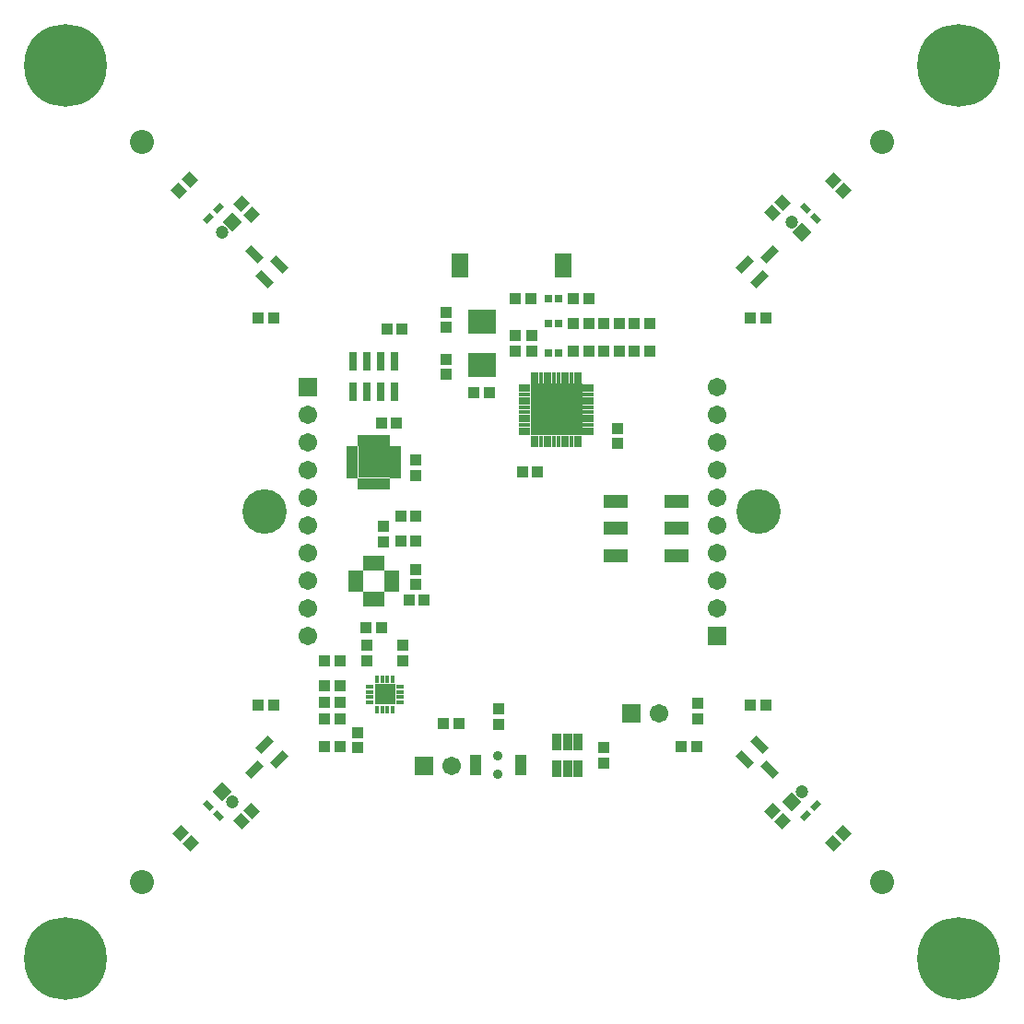
<source format=gts>
G04 Layer_Color=8388736*
%FSLAX25Y25*%
%MOIN*%
G70*
G01*
G75*
%ADD87R,0.01981X0.05524*%
%ADD88R,0.05524X0.01981*%
%ADD89R,0.03950X0.04343*%
%ADD90R,0.04343X0.07493*%
%ADD91R,0.08674X0.04737*%
G04:AMPARAMS|DCode=92|XSize=19.81mil|YSize=33.59mil|CornerRadius=0mil|HoleSize=0mil|Usage=FLASHONLY|Rotation=135.000|XOffset=0mil|YOffset=0mil|HoleType=Round|Shape=Rectangle|*
%AMROTATEDRECTD92*
4,1,4,0.01888,0.00487,-0.00487,-0.01888,-0.01888,-0.00487,0.00487,0.01888,0.01888,0.00487,0.0*
%
%ADD92ROTATEDRECTD92*%

G04:AMPARAMS|DCode=93|XSize=19.81mil|YSize=33.59mil|CornerRadius=0mil|HoleSize=0mil|Usage=FLASHONLY|Rotation=45.000|XOffset=0mil|YOffset=0mil|HoleType=Round|Shape=Rectangle|*
%AMROTATEDRECTD93*
4,1,4,0.00487,-0.01888,-0.01888,0.00487,-0.00487,0.01888,0.01888,-0.00487,0.00487,-0.01888,0.0*
%
%ADD93ROTATEDRECTD93*%

G04:AMPARAMS|DCode=94|XSize=31.62mil|YSize=65.09mil|CornerRadius=0mil|HoleSize=0mil|Usage=FLASHONLY|Rotation=315.000|XOffset=0mil|YOffset=0mil|HoleType=Round|Shape=Rectangle|*
%AMROTATEDRECTD94*
4,1,4,-0.03419,-0.01183,0.01183,0.03419,0.03419,0.01183,-0.01183,-0.03419,-0.03419,-0.01183,0.0*
%
%ADD94ROTATEDRECTD94*%

G04:AMPARAMS|DCode=95|XSize=31.62mil|YSize=65.09mil|CornerRadius=0mil|HoleSize=0mil|Usage=FLASHONLY|Rotation=225.000|XOffset=0mil|YOffset=0mil|HoleType=Round|Shape=Rectangle|*
%AMROTATEDRECTD95*
4,1,4,-0.01183,0.03419,0.03419,-0.01183,0.01183,-0.03419,-0.03419,0.01183,-0.01183,0.03419,0.0*
%
%ADD95ROTATEDRECTD95*%

G04:AMPARAMS|DCode=96|XSize=43.43mil|YSize=39.5mil|CornerRadius=0mil|HoleSize=0mil|Usage=FLASHONLY|Rotation=225.000|XOffset=0mil|YOffset=0mil|HoleType=Round|Shape=Rectangle|*
%AMROTATEDRECTD96*
4,1,4,0.00139,0.02932,0.02932,0.00139,-0.00139,-0.02932,-0.02932,-0.00139,0.00139,0.02932,0.0*
%
%ADD96ROTATEDRECTD96*%

G04:AMPARAMS|DCode=97|XSize=43.43mil|YSize=39.5mil|CornerRadius=0mil|HoleSize=0mil|Usage=FLASHONLY|Rotation=315.000|XOffset=0mil|YOffset=0mil|HoleType=Round|Shape=Rectangle|*
%AMROTATEDRECTD97*
4,1,4,-0.02932,0.00139,-0.00139,0.02932,0.02932,-0.00139,0.00139,-0.02932,-0.02932,0.00139,0.0*
%
%ADD97ROTATEDRECTD97*%

%ADD98R,0.04343X0.03950*%
%ADD99R,0.06312X0.08674*%
%ADD100R,0.03162X0.02768*%
%ADD101R,0.10249X0.08674*%
%ADD102R,0.03556X0.05918*%
%ADD103R,0.03162X0.07099*%
%ADD104R,0.07690X0.07690*%
%ADD105R,0.03162X0.01784*%
%ADD106R,0.01784X0.03162*%
%ADD107R,0.18910X0.18910*%
%ADD108R,0.04147X0.01587*%
%ADD109R,0.01587X0.04147*%
%ADD110R,0.04147X0.01981*%
%ADD111R,0.01981X0.04147*%
%ADD112R,0.11824X0.11824*%
%ADD113C,0.03556*%
%ADD114P,0.06699X4X360.0*%
%ADD115C,0.04737*%
%ADD116P,0.06699X4X90.0*%
%ADD117C,0.29934*%
%ADD118C,0.08674*%
%ADD119R,0.06706X0.06706*%
%ADD120C,0.06706*%
%ADD121R,0.06706X0.06706*%
%ADD122C,0.16084*%
D87*
X132047Y166496D02*
D03*
X134016D02*
D03*
X135984D02*
D03*
X137953D02*
D03*
Y153504D02*
D03*
X135984D02*
D03*
X134016D02*
D03*
X132047D02*
D03*
D88*
X141496Y162953D02*
D03*
Y160984D02*
D03*
Y159016D02*
D03*
Y157047D02*
D03*
X128504D02*
D03*
Y159016D02*
D03*
Y160984D02*
D03*
Y162953D02*
D03*
D89*
X117244Y110000D02*
D03*
X122756D02*
D03*
X93244Y115000D02*
D03*
X98756D02*
D03*
X276756Y255000D02*
D03*
X271244D02*
D03*
X98756D02*
D03*
X93244D02*
D03*
X276756Y115000D02*
D03*
X271244D02*
D03*
X139744Y251000D02*
D03*
X145256D02*
D03*
X150256Y183500D02*
D03*
X144744D02*
D03*
X150256Y174500D02*
D03*
X144744D02*
D03*
X143256Y217000D02*
D03*
X137744D02*
D03*
X147744Y153000D02*
D03*
X153256D02*
D03*
X234756Y243000D02*
D03*
X229244D02*
D03*
X223756D02*
D03*
X218244D02*
D03*
X234756Y253000D02*
D03*
X229244D02*
D03*
X223756D02*
D03*
X218244D02*
D03*
X212756D02*
D03*
X207244D02*
D03*
X212756Y243000D02*
D03*
X207244D02*
D03*
X186244Y262000D02*
D03*
X191756D02*
D03*
X188744Y199500D02*
D03*
X194256D02*
D03*
X171244Y228000D02*
D03*
X176756D02*
D03*
X212756Y262000D02*
D03*
X207244D02*
D03*
X137756Y143000D02*
D03*
X132244D02*
D03*
X117244Y131000D02*
D03*
X122756D02*
D03*
X117244Y122000D02*
D03*
X122756D02*
D03*
X117244Y116000D02*
D03*
X122756D02*
D03*
X117244Y100000D02*
D03*
X122756D02*
D03*
X160244Y108500D02*
D03*
X165756D02*
D03*
X246244Y100000D02*
D03*
X251756D02*
D03*
D90*
X171909Y93480D02*
D03*
X188091Y93480D02*
D03*
D91*
X222476Y169158D02*
D03*
Y179000D02*
D03*
Y188842D02*
D03*
X244524Y169158D02*
D03*
Y179000D02*
D03*
Y188842D02*
D03*
D92*
X291121Y75121D02*
D03*
X294879Y78879D02*
D03*
X75121Y291121D02*
D03*
X78879Y294879D02*
D03*
D93*
X291121D02*
D03*
X294879Y291121D02*
D03*
X75121Y78879D02*
D03*
X78879Y75121D02*
D03*
D94*
X100916Y95626D02*
D03*
X95626Y100916D02*
D03*
X91729Y91729D02*
D03*
X269084Y274374D02*
D03*
X274374Y269084D02*
D03*
X278271Y278271D02*
D03*
D95*
X95626Y269084D02*
D03*
X100916Y274374D02*
D03*
X91729Y278271D02*
D03*
X274374Y100916D02*
D03*
X269084Y95626D02*
D03*
X278271Y91729D02*
D03*
D96*
X301051Y304949D02*
D03*
X304949Y301051D02*
D03*
X90949Y292551D02*
D03*
X87051Y296449D02*
D03*
X68949Y65051D02*
D03*
X65051Y68949D02*
D03*
X279051Y76949D02*
D03*
X282949Y73051D02*
D03*
D97*
X279051Y293051D02*
D03*
X282949Y296949D02*
D03*
X68366Y305196D02*
D03*
X64468Y301299D02*
D03*
X90949Y76949D02*
D03*
X87051Y73051D02*
D03*
X301051Y65051D02*
D03*
X304949Y68949D02*
D03*
D98*
X150000Y164256D02*
D03*
Y158744D02*
D03*
Y203756D02*
D03*
Y198244D02*
D03*
X138500Y174244D02*
D03*
Y179756D02*
D03*
X223000Y215256D02*
D03*
Y209744D02*
D03*
X161000Y251744D02*
D03*
Y257256D02*
D03*
Y234744D02*
D03*
Y240256D02*
D03*
X192000Y248756D02*
D03*
Y243244D02*
D03*
X186000Y248756D02*
D03*
Y243244D02*
D03*
X252000Y110244D02*
D03*
Y115756D02*
D03*
X145500Y136756D02*
D03*
Y131244D02*
D03*
X132500Y136756D02*
D03*
Y131244D02*
D03*
X218000Y94244D02*
D03*
Y99756D02*
D03*
X129000Y99744D02*
D03*
Y105256D02*
D03*
X180000Y108244D02*
D03*
Y113756D02*
D03*
D99*
X166199Y274000D02*
D03*
X203601D02*
D03*
D100*
X201969Y253000D02*
D03*
X198031D02*
D03*
X198031Y242500D02*
D03*
X201969D02*
D03*
X198031Y262000D02*
D03*
X201969D02*
D03*
D101*
X174000Y238126D02*
D03*
Y253874D02*
D03*
D102*
X201260Y92276D02*
D03*
X205000D02*
D03*
X208740D02*
D03*
Y101724D02*
D03*
X205000D02*
D03*
X201260D02*
D03*
D103*
X142382Y239421D02*
D03*
X137461D02*
D03*
X132539D02*
D03*
X127618D02*
D03*
Y228579D02*
D03*
X132539D02*
D03*
X137461D02*
D03*
X142382D02*
D03*
D104*
X139000Y119000D02*
D03*
D105*
X133488Y116047D02*
D03*
Y118016D02*
D03*
Y119984D02*
D03*
Y121953D02*
D03*
X144512D02*
D03*
Y119984D02*
D03*
Y118016D02*
D03*
Y116047D02*
D03*
D106*
X136047Y124512D02*
D03*
X138016D02*
D03*
X139984D02*
D03*
X141953D02*
D03*
Y113488D02*
D03*
X139984D02*
D03*
X138016D02*
D03*
X136047D02*
D03*
D107*
X201000Y222000D02*
D03*
D108*
X189583Y213339D02*
D03*
Y214913D02*
D03*
Y216488D02*
D03*
Y218063D02*
D03*
Y219638D02*
D03*
Y221213D02*
D03*
Y222787D02*
D03*
Y224362D02*
D03*
Y225937D02*
D03*
Y227512D02*
D03*
Y229087D02*
D03*
Y230661D02*
D03*
X212417D02*
D03*
Y229087D02*
D03*
Y227512D02*
D03*
Y225937D02*
D03*
Y224362D02*
D03*
Y222787D02*
D03*
Y221213D02*
D03*
Y219638D02*
D03*
Y218063D02*
D03*
Y216488D02*
D03*
Y214913D02*
D03*
Y213339D02*
D03*
D109*
X192339Y233417D02*
D03*
X193913D02*
D03*
X195488D02*
D03*
X197063D02*
D03*
X198638D02*
D03*
X200213D02*
D03*
X201787D02*
D03*
X203362D02*
D03*
X204937D02*
D03*
X206512D02*
D03*
X208087D02*
D03*
X209661D02*
D03*
Y210583D02*
D03*
X208087D02*
D03*
X206512D02*
D03*
X204937D02*
D03*
X203362D02*
D03*
X201787D02*
D03*
X200213D02*
D03*
X198638D02*
D03*
X197063D02*
D03*
X195488D02*
D03*
X193913D02*
D03*
X192339D02*
D03*
D110*
X127028Y207921D02*
D03*
Y205953D02*
D03*
Y203984D02*
D03*
Y202016D02*
D03*
Y200047D02*
D03*
Y198079D02*
D03*
X142972D02*
D03*
Y200047D02*
D03*
Y202016D02*
D03*
Y203984D02*
D03*
Y205953D02*
D03*
Y207921D02*
D03*
D111*
X130079Y195028D02*
D03*
X132047D02*
D03*
X134016D02*
D03*
X135984D02*
D03*
X137953D02*
D03*
X139921D02*
D03*
Y210972D02*
D03*
X137953D02*
D03*
X135984D02*
D03*
X134016D02*
D03*
X132047D02*
D03*
X130079D02*
D03*
D112*
X135000Y203000D02*
D03*
D113*
X179980Y96866D02*
D03*
X179980Y90134D02*
D03*
D114*
X80232Y83768D02*
D03*
X289768Y286232D02*
D03*
D115*
X83768Y80232D02*
D03*
X289768Y83768D02*
D03*
X286232Y289768D02*
D03*
X80232Y286232D02*
D03*
D116*
X286232Y80232D02*
D03*
X83768Y289768D02*
D03*
D117*
X23622Y346457D02*
D03*
X346457D02*
D03*
Y23622D02*
D03*
X23622D02*
D03*
D118*
X51181Y51181D02*
D03*
Y318898D02*
D03*
X318898D02*
D03*
Y51181D02*
D03*
D119*
X111000Y230000D02*
D03*
X259000Y140000D02*
D03*
D120*
X111000Y220000D02*
D03*
Y200000D02*
D03*
Y190000D02*
D03*
Y180000D02*
D03*
Y170000D02*
D03*
Y160000D02*
D03*
Y150000D02*
D03*
Y140000D02*
D03*
Y210000D02*
D03*
X259000Y160000D02*
D03*
Y230000D02*
D03*
Y220000D02*
D03*
Y210000D02*
D03*
Y200000D02*
D03*
Y190000D02*
D03*
Y180000D02*
D03*
Y170000D02*
D03*
Y150000D02*
D03*
X238000Y112000D02*
D03*
X163000Y93000D02*
D03*
D121*
X228000Y112000D02*
D03*
X153000Y93000D02*
D03*
D122*
X95653Y185004D02*
D03*
X274236Y185083D02*
D03*
M02*

</source>
